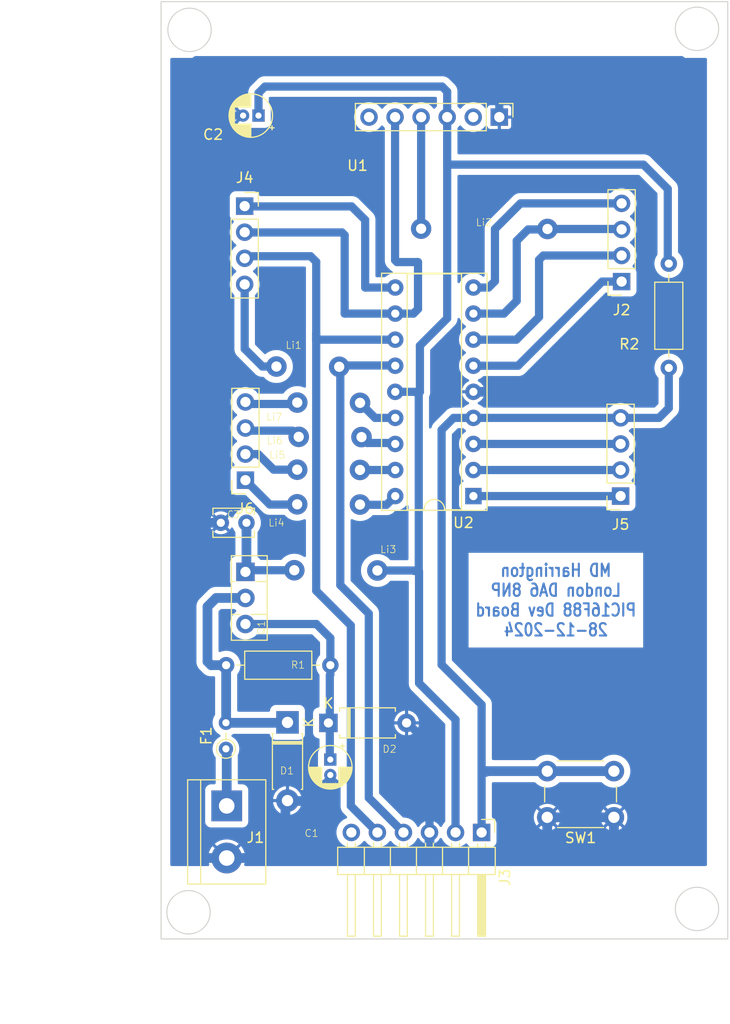
<source format=kicad_pcb>
(kicad_pcb (version 20211014) (generator pcbnew)
  (layers (0 "F.Cu" signal) (31 "B.Cu" signal) (34 "B.Paste" user) (35 "F.Paste" user) (36 "B.SilkS" user "B.Silkscreen") (37 "F.SilkS" user "F.Silkscreen") (38 "B.Mask" user) (39 "F.Mask" user) (44 "Edge.Cuts" user))
  (net 0 "")
  (net 1 "Net-(C1-Pad1)")
  (net 2 "GND")
  (net 3 "Net-(D1-Pad1)")
  (net 4 "Net-(F1-Pad1)")
  (net 5 "/RB0")
  (net 6 "/RB1")
  (net 7 "/RB2")
  (net 8 "/RB3")
  (net 9 "/RB4")
  (net 10 "/RB5")
  (net 11 "/RB6")
  (net 12 "/RB7")
  (net 13 "/RA5")
  (net 15 "/RA0")
  (net 16 "/RA1")
  (net 17 "/RA3")
  (net 18 "/RA4")
  (net 19 "/RA6")
  (net 20 "/RA7")
  (net 21 "/RA2")
  (net 24 "Net-(J3-Pad2)")
  (net 25 "/An1")
  (net 26 "/An0")
  (net 27 "+5V")
  (net 28 "/Osc1")
  (net 29 "/Osc2")
  (footprint "Resistor_THT:R_Axial_DIN0204_L3.6mm_D1.6mm_P2.54mm_Vertical" (layer "F.Cu") (at 122.624 88.633 90)
    (fp_text reference "F1" (at 1.27 -1.92 90) (layer "F.SilkS"))
    (fp_text value "fuse")
    (pad "1" thru_hole circle (at 0 0 90) (size 1.4 1.4) (drill 0.7) (layers F&B.Cu *.Mask) (net 4 "Net-(F1-Pad1)"))
    (pad "2" thru_hole oval (at 2.54 0 90) (size 1.4 1.4) (drill 0.7) (layers F&B.Cu *.Mask) (net 3 "Net-(D1-Pad1)"))
  )
  (footprint "Connector_PinSocket_2.54mm:PinSocket_1x04_P2.54mm_Vertical" (layer "F.Cu") (at 124.524 62.458 180)
    (fp_text reference "J6" (at 0 -2.77 180) (layer "F.SilkS"))
    (fp_text value "Port A ")
    (pad "1" thru_hole rect (at 0 0 180) (size 1.7 1.7) (drill 1) (layers F&B.Cu *.Mask) (net 25 "/An1"))
    (pad "2" thru_hole oval (at 0 2.54 180) (size 1.7 1.7) (drill 1) (layers F&B.Cu *.Mask) (net 26 "/An0"))
    (pad "3" thru_hole oval (at 0 5.08 180) (size 1.7 1.7) (drill 1) (layers F&B.Cu *.Mask) (net 28 "/Osc1"))
    (pad "4" thru_hole oval (at 0 7.62 180) (size 1.7 1.7) (drill 1) (layers F&B.Cu *.Mask) (net 29 "/Osc2"))
  )
  (footprint "Connector_PinHeader_2.54mm:PinHeader_1x06_P2.54mm_Vertical" (layer "F.Cu") (at 149.274 27.083 -90)
    (fp_text reference "U1" (at 4.725 13.825 180) (layer "F.SilkS"))
    (fp_text value "FTDI232")
    (pad "1" thru_hole rect (at 0 0 270) (size 1.7 1.7) (drill 1) (layers F&B.Cu *.Mask) (net 2 "GND"))
    (pad "2" thru_hole oval (at 0 2.54 270) (size 1.7 1.7) (drill 1) (layers F&B.Cu *.Mask))
    (pad "3" thru_hole oval (at 0 5.08 270) (size 1.7 1.7) (drill 1) (layers F&B.Cu *.Mask) (net 27 "+5V"))
    (pad "4" thru_hole oval (at 0 7.62 270) (size 1.7 1.7) (drill 1) (layers F&B.Cu *.Mask) (net 7 "/RB2"))
    (pad "5" thru_hole oval (at 0 10.16 270) (size 1.7 1.7) (drill 1) (layers F&B.Cu *.Mask) (net 10 "/RB5"))
    (pad "6" thru_hole oval (at 0 12.7 270) (size 1.7 1.7) (drill 1) (layers F&B.Cu *.Mask))
  )
  (footprint "WireLinks:Li 5mm" (layer "F.Cu") (at 133.0554 54.8453)
    (fp_text reference "Li7" (at -5.725 1.455 unlocked) (layer "F.SilkS") (effects (font (size 0.7 0.7) (thickness 0.07))))
    (fp_text value "Link")
    (pad "1" thru_hole circle (at -3.4798 0.0508) (size 2 2) (drill 1) (layers F&B.Cu *.Mask) (net 29 "/Osc2"))
    (pad "2" thru_hole circle (at 2.6416 0.0762) (size 2 2) (drill 1) (layers F&B.Cu *.Mask) (net 19 "/RA6"))
  )
  (footprint "Package_TO_SOT_THT:TO-126-3_Vertical" (layer "F.Cu") (at 124.524 71.393 -90)
    (fp_text reference "Q1" (at 5.44 -1.55 90) (layer "F.SilkS") (effects (font (size 0.7 0.7) (thickness 0.07))))
    (fp_text value "BD237")
    (pad "1" thru_hole rect (at 0 0 270) (size 1.8 1.8) (drill 1) (layers F&B.Cu *.Mask) (net 27 "+5V"))
    (pad "2" thru_hole oval (at 2.54 0 270) (size 1.8 1.8) (drill 1) (layers F&B.Cu *.Mask) (net 3 "Net-(D1-Pad1)"))
    (pad "3" thru_hole oval (at 5.08 0 270) (size 1.8 1.8) (drill 1) (layers F&B.Cu *.Mask) (net 1 "Net-(C1-Pad1)"))
  )
  (footprint "WireLinks:Li 8mm" (layer "F.Cu") (at 133.224 71.308)
    (fp_text reference "Li3" (at 5.225 -2.1 unlocked) (layer "F.SilkS") (effects (font (size 0.7 0.7) (thickness 0.07))))
    (fp_text value "Link")
    (pad "1" thru_hole circle (at -3.937 -0.0762) (size 2 2) (drill 1) (layers F&B.Cu *.Mask) (net 24 "Net-(J3-Pad2)"))
    (pad "2" thru_hole circle (at 4.1656 -0.0508) (size 2 2) (drill 1) (layers F&B.Cu *.Mask) (net 27 "+5V"))
  )
  (footprint "Connector_PinSocket_2.54mm:PinSocket_1x04_P2.54mm_Vertical" (layer "F.Cu") (at 124.449 35.758)
    (fp_text reference "J4" (at 0 -2.77) (layer "F.SilkS"))
    (fp_text value "Port B P4..P7")
    (pad "1" thru_hole rect (at 0 0) (size 1.7 1.7) (drill 1) (layers F&B.Cu *.Mask) (net 9 "/RB4"))
    (pad "2" thru_hole oval (at 0 2.54) (size 1.7 1.7) (drill 1) (layers F&B.Cu *.Mask) (net 10 "/RB5"))
    (pad "3" thru_hole oval (at 0 5.08) (size 1.7 1.7) (drill 1) (layers F&B.Cu *.Mask) (net 11 "/RB6"))
    (pad "4" thru_hole oval (at 0 7.62) (size 1.7 1.7) (drill 1) (layers F&B.Cu *.Mask) (net 12 "/RB7"))
  )
  (footprint "WireLinks:Li 5mm" (layer "F.Cu") (at 133.049 61.383)
    (fp_text reference "Li5" (at -5.425 -1.375 unlocked) (layer "F.SilkS") (effects (font (size 0.7 0.7) (thickness 0.07))))
    (fp_text value "Link")
    (pad "1" thru_hole circle (at -3.4798 0.0508) (size 2 2) (drill 1) (layers F&B.Cu *.Mask) (net 26 "/An0"))
    (pad "2" thru_hole circle (at 2.6416 0.0762) (size 2 2) (drill 1) (layers F&B.Cu *.Mask) (net 15 "/RA0"))
  )
  (footprint "WireLinks:Li 5mm" (layer "F.Cu") (at 131.024 51.333)
    (fp_text reference "Li1" (at -1.8 -2.025 unlocked) (layer "F.SilkS") (effects (font (size 0.7 0.7) (thickness 0.07))))
    (fp_text value "Link")
    (pad "1" thru_hole circle (at -3.4798 0.0508) (size 2 2) (drill 1) (layers F&B.Cu *.Mask) (net 12 "/RB7"))
    (pad "2" thru_hole circle (at 2.6416 0.0762) (size 2 2) (drill 1) (layers F&B.Cu *.Mask) (net 12 "/RB7"))
  )
  (footprint "Connector_PinSocket_2.54mm:PinSocket_1x04_P2.54mm_Vertical" (layer "F.Cu") (at 161.199 43.108 180)
    (fp_text reference "J2" (at 0 -2.77 180) (layer "F.SilkS"))
    (fp_text value "Port B Po..P3")
    (pad "1" thru_hole rect (at 0 0 180) (size 1.7 1.7) (drill 1) (layers F&B.Cu *.Mask) (net 5 "/RB0"))
    (pad "2" thru_hole oval (at 0 2.54 180) (size 1.7 1.7) (drill 1) (layers F&B.Cu *.Mask) (net 6 "/RB1"))
    (pad "3" thru_hole oval (at 0 5.08 180) (size 1.7 1.7) (drill 1) (layers F&B.Cu *.Mask) (net 7 "/RB2"))
    (pad "4" thru_hole oval (at 0 7.62 180) (size 1.7 1.7) (drill 1) (layers F&B.Cu *.Mask) (net 8 "/RB3"))
  )
  (footprint "TerminalBlock:TerminalBlock_bornier-2_P5.08mm" (layer "F.Cu") (at 122.699 94.193 -90)
    (fp_text reference "J1" (at 3.09 -2.8) (layer "F.SilkS"))
    (fp_text value "12V In")
    (pad "1" thru_hole rect (at 0 0 270) (size 3 3) (drill 1.52) (layers F&B.Cu *.Mask) (net 4 "Net-(F1-Pad1)"))
    (pad "2" thru_hole circle (at 5.08 0 270) (size 3 3) (drill 1.52) (layers F&B.Cu *.Mask) (net 2 "GND"))
  )
  (footprint "Diode_THT:D_DO-41_SOD81_P7.62mm_Horizontal" (layer "F.Cu") (at 128.624 86.058 -90)
    (fp_text reference "D1" (at 4.71 0.05 180) (layer "F.SilkS") (effects (font (size 0.7 0.7) (thickness 0.07))))
    (fp_text value "1N4001")
    (fp_text user "K" (at 0 -2.1 90) (layer "F.SilkS"))
    (pad "1" thru_hole rect (at 0 0 270) (size 2.2 2.2) (drill 1.1) (layers F&B.Cu *.Mask) (net 3 "Net-(D1-Pad1)"))
    (pad "2" thru_hole oval (at 7.62 0 270) (size 2.2 2.2) (drill 1.1) (layers F&B.Cu *.Mask) (net 2 "GND"))
  )
  (footprint "Button_Switch_THT:SW_PUSH_6mm" (layer "F.Cu") (at 160.449 95.308 180)
    (fp_text reference "SW1" (at 3.25 -2) (layer "F.SilkS"))
    (fp_text value "Reset")
    (pad "1" thru_hole circle (at 0 0 270) (size 2 2) (drill 1.1) (layers F&B.Cu *.Mask) (net 2 "GND"))
    (pad "1" thru_hole circle (at 6.5 0 270) (size 2 2) (drill 1.1) (layers F&B.Cu *.Mask) (net 2 "GND"))
    (pad "2" thru_hole circle (at 0 4.5 270) (size 2 2) (drill 1.1) (layers F&B.Cu *.Mask) (net 13 "/RA5"))
    (pad "2" thru_hole circle (at 6.5 4.5 270) (size 2 2) (drill 1.1) (layers F&B.Cu *.Mask) (net 13 "/RA5"))
  )
  (footprint "Capacitor_THT:CP_Radial_D4.0mm_P1.50mm" (layer "F.Cu") (at 125.796599 26.933 180)
    (fp_text reference "C2" (at 4.422599 -1.85) (layer "F.SilkS"))
    (fp_text value "4u7 25vwg")
    (pad "1" thru_hole rect (at 0 0 180) (size 1.2 1.2) (drill 0.6) (layers F&B.Cu *.Mask) (net 27 "+5V"))
    (pad "2" thru_hole circle (at 1.5 0 180) (size 1.2 1.2) (drill 0.6) (layers F&B.Cu *.Mask) (net 2 "GND"))
  )
  (footprint "WireLinks:Li  12mm" (layer "F.Cu") (at 147.749 37.983)
    (fp_text reference "Li2" (at 0.0254 -0.635 unlocked) (layer "F.SilkS") (effects (font (size 0.7 0.7) (thickness 0.07))))
    (fp_text value "Link")
    (pad "1" thru_hole circle (at -6.096 -0.0254) (size 1.983802 1.983802) (drill 1) (layers F&B.Cu *.Mask) (net 7 "/RB2"))
    (pad "2" thru_hole circle (at 6.223 0) (size 2 2) (drill 1) (layers F&B.Cu *.Mask) (net 7 "/RB2"))
  )
  (footprint "Diode_THT:D_A-405_P7.62mm_Horizontal" (layer "F.Cu") (at 132.614 86.108)
    (fp_text reference "D2" (at 5.96 2.55) (layer "F.SilkS") (effects (font (size 0.7 0.7) (thickness 0.07))))
    (fp_text value "5v6  1 watt")
    (fp_text user "K" (at 0 -1.9) (layer "F.SilkS"))
    (pad "1" thru_hole rect (at 0 0) (size 1.8 1.8) (drill 0.9) (layers F&B.Cu *.Mask) (net 1 "Net-(C1-Pad1)"))
    (pad "2" thru_hole oval (at 7.62 0) (size 1.8 1.8) (drill 0.9) (layers F&B.Cu *.Mask) (net 2 "GND"))
  )
  (footprint "Resistor_THT:R_Axial_DIN0207_L6.3mm_D2.5mm_P10.16mm_Horizontal" (layer "F.Cu") (at 122.644 80.483)
    (fp_text reference "R1" (at 7.005 -0.025) (layer "F.SilkS") (effects (font (size 0.7 0.7) (thickness 0.07))))
    (fp_text value "820R")
    (pad "1" thru_hole circle (at 0 0) (size 1.6 1.6) (drill 0.8) (layers F&B.Cu *.Mask) (net 3 "Net-(D1-Pad1)"))
    (pad "2" thru_hole oval (at 10.16 0) (size 1.6 1.6) (drill 0.8) (layers F&B.Cu *.Mask) (net 1 "Net-(C1-Pad1)"))
  )
  (footprint "Capacitor_THT:C_Disc_D3.8mm_W2.6mm_P2.50mm" (layer "F.Cu") (at 124.624 66.608 180)
    (fp_text reference "C3" (at 1.275 0.8) (layer "F.SilkS") (effects (font (size 0.7 0.6) (thickness 0.07))))
    (fp_text value "0u1")
    (pad "1" thru_hole circle (at 0 0 180) (size 1.6 1.6) (drill 0.8) (layers F&B.Cu *.Mask) (net 27 "+5V"))
    (pad "2" thru_hole circle (at 2.5 0 180) (size 1.6 1.6) (drill 0.8) (layers F&B.Cu *.Mask) (net 2 "GND"))
  )
  (footprint "WireLinks:Li 5mm" (layer "F.Cu") (at 133.049 64.758)
    (fp_text reference "Li4" (at -5.5 1.85 unlocked) (layer "F.SilkS") (effects (font (size 0.7 0.7) (thickness 0.07))))
    (fp_text value "Link")
    (pad "1" thru_hole circle (at -3.4798 0.0508) (size 2 2) (drill 1) (layers F&B.Cu *.Mask) (net 25 "/An1"))
    (pad "2" thru_hole circle (at 2.6416 0.0762) (size 2 2) (drill 1) (layers F&B.Cu *.Mask) (net 16 "/RA1"))
  )
  (footprint "Connector_PinSocket_2.54mm:PinSocket_1x04_P2.54mm_Vertical" (layer "F.Cu") (at 161.099 64.008 180)
    (fp_text reference "J5" (at 0 -2.77 180) (layer "F.SilkS"))
    (fp_text value "Port B")
    (pad "1" thru_hole rect (at 0 0 180) (size 1.7 1.7) (drill 1) (layers F&B.Cu *.Mask) (net 21 "/RA2"))
    (pad "2" thru_hole oval (at 0 2.54 180) (size 1.7 1.7) (drill 1) (layers F&B.Cu *.Mask) (net 17 "/RA3"))
    (pad "3" thru_hole oval (at 0 5.08 180) (size 1.7 1.7) (drill 1) (layers F&B.Cu *.Mask) (net 18 "/RA4"))
    (pad "4" thru_hole oval (at 0 7.62 180) (size 1.7 1.7) (drill 1) (layers F&B.Cu *.Mask) (net 13 "/RA5"))
  )
  (footprint "WireLinks:Li 5mm" (layer "F.Cu") (at 133.199 58.183)
    (fp_text reference "Li6" (at -5.825 0.425 unlocked) (layer "F.SilkS") (effects (font (size 0.7 0.7) (thickness 0.07))))
    (fp_text value "Link")
    (pad "1" thru_hole circle (at -3.4798 0.0508) (size 2 2) (drill 1) (layers F&B.Cu *.Mask) (net 28 "/Osc1"))
    (pad "2" thru_hole circle (at 2.6416 0.0762) (size 2 2) (drill 1) (layers F&B.Cu *.Mask) (net 20 "/RA7"))
  )
  (footprint "Package_DIP:DIP-18_W7.62mm_Socket" (layer "F.Cu") (at 146.749 64.008 180)
    (fp_text reference "U2" (at 0.975 -2.6) (layer "F.SilkS"))
    (fp_text value "PIC16F88-IP")
    (pad "1" thru_hole rect (at 0 0 180) (size 1.6 1.6) (drill 0.8) (layers F&B.Cu *.Mask) (net 21 "/RA2"))
    (pad "2" thru_hole oval (at 0 2.54 180) (size 1.6 1.6) (drill 0.8) (layers F&B.Cu *.Mask) (net 17 "/RA3"))
    (pad "3" thru_hole oval (at 0 5.08 180) (size 1.6 1.6) (drill 0.8) (layers F&B.Cu *.Mask) (net 18 "/RA4"))
    (pad "4" thru_hole oval (at 0 7.62 180) (size 1.6 1.6) (drill 0.8) (layers F&B.Cu *.Mask) (net 13 "/RA5"))
    (pad "5" thru_hole oval (at 0 10.16 180) (size 1.6 1.6) (drill 0.8) (layers F&B.Cu *.Mask) (net 2 "GND"))
    (pad "6" thru_hole oval (at 0 12.7 180) (size 1.6 1.6) (drill 0.8) (layers F&B.Cu *.Mask) (net 5 "/RB0"))
    (pad "7" thru_hole oval (at 0 15.24 180) (size 1.6 1.6) (drill 0.8) (layers F&B.Cu *.Mask) (net 6 "/RB1"))
    (pad "8" thru_hole oval (at 0 17.78 180) (size 1.6 1.6) (drill 0.8) (layers F&B.Cu *.Mask) (net 7 "/RB2"))
    (pad "9" thru_hole oval (at 0 20.32 180) (size 1.6 1.6) (drill 0.8) (layers F&B.Cu *.Mask) (net 8 "/RB3"))
    (pad "10" thru_hole oval (at 7.62 20.32 180) (size 1.6 1.6) (drill 0.8) (layers F&B.Cu *.Mask) (net 9 "/RB4"))
    (pad "11" thru_hole oval (at 7.62 17.78 180) (size 1.6 1.6) (drill 0.8) (layers F&B.Cu *.Mask) (net 10 "/RB5"))
    (pad "12" thru_hole oval (at 7.62 15.24 180) (size 1.6 1.6) (drill 0.8) (layers F&B.Cu *.Mask) (net 11 "/RB6"))
    (pad "13" thru_hole oval (at 7.62 12.7 180) (size 1.6 1.6) (drill 0.8) (layers F&B.Cu *.Mask) (net 12 "/RB7"))
    (pad "14" thru_hole oval (at 7.62 10.16 180) (size 1.6 1.6) (drill 0.8) (layers F&B.Cu *.Mask) (net 27 "+5V"))
    (pad "15" thru_hole oval (at 7.62 7.62 180) (size 1.6 1.6) (drill 0.8) (layers F&B.Cu *.Mask) (net 19 "/RA6"))
    (pad "16" thru_hole oval (at 7.62 5.08 180) (size 1.6 1.6) (drill 0.8) (layers F&B.Cu *.Mask) (net 20 "/RA7"))
    (pad "17" thru_hole oval (at 7.62 2.54 180) (size 1.6 1.6) (drill 0.8) (layers F&B.Cu *.Mask) (net 15 "/RA0"))
    (pad "18" thru_hole oval (at 7.62 0 180) (size 1.6 1.6) (drill 0.8) (layers F&B.Cu *.Mask) (net 16 "/RA1"))
  )
  (footprint "Connector_PinHeader_2.54mm:PinHeader_1x06_P2.54mm_Horizontal" (layer "F.Cu") (at 147.549 96.783 -90)
    (fp_text reference "J3" (at 4.385 -2.27 90) (layer "F.SilkS"))
    (fp_text value "PicKit3_Conn")
    (pad "1" thru_hole rect (at 0 0 270) (size 1.7 1.7) (drill 1) (layers F&B.Cu *.Mask) (net 13 "/RA5"))
    (pad "2" thru_hole oval (at 0 2.54 270) (size 1.7 1.7) (drill 1) (layers F&B.Cu *.Mask) (net 24 "Net-(J3-Pad2)"))
    (pad "3" thru_hole oval (at 0 5.08 270) (size 1.7 1.7) (drill 1) (layers F&B.Cu *.Mask) (net 2 "GND"))
    (pad "4" thru_hole oval (at 0 7.62 270) (size 1.7 1.7) (drill 1) (layers F&B.Cu *.Mask) (net 12 "/RB7"))
    (pad "5" thru_hole oval (at 0 10.16 270) (size 1.7 1.7) (drill 1) (layers F&B.Cu *.Mask) (net 11 "/RB6"))
    (pad "6" thru_hole oval (at 0 12.7 270) (size 1.7 1.7) (drill 1) (layers F&B.Cu *.Mask))
  )
  (footprint "Resistor_THT:R_Axial_DIN0207_L6.3mm_D2.5mm_P10.16mm_Horizontal" (layer "F.Cu") (at 165.799 41.358 -90)
    (fp_text reference "R2" (at 7.85 3.85 180) (layer "F.SilkS"))
    (fp_text value "10k")
    (pad "1" thru_hole circle (at 0 0 270) (size 1.6 1.6) (drill 0.8) (layers F&B.Cu *.Mask) (net 27 "+5V"))
    (pad "2" thru_hole oval (at 10.16 0 270) (size 1.6 1.6) (drill 0.8) (layers F&B.Cu *.Mask) (net 13 "/RA5"))
  )
  (footprint "Capacitor_THT:CP_Radial_D4.0mm_P1.50mm" (layer "F.Cu") (at 132.799 89.683 -90)
    (fp_text reference "C1" (at 7.175 1.825) (layer "F.SilkS") (effects (font (size 0.7 0.7) (thickness 0.07))))
    (fp_text value "10uf ")
    (pad "1" thru_hole rect (at 0 0 270) (size 1.2 1.2) (drill 0.6) (layers F&B.Cu *.Mask) (net 1 "Net-(C1-Pad1)"))
    (pad "2" thru_hole circle (at 1.5 0 270) (size 1.2 1.2) (drill 0.6) (layers F&B.Cu *.Mask) (net 2 "GND"))
  )
  (gr_rect (start 116.299 15.833) (end 171.549 107.158) (layer "Edge.Cuts") (width 0.1) (fill none))
  (gr_circle (center 168.549 18.483) (end 169.899 20.108) (layer "Edge.Cuts") (width 0.1) (fill none))
  (gr_circle (center 119.074 18.583) (end 120.424 20.208) (layer "Edge.Cuts") (width 0.1) (fill none))
  (gr_circle (center 118.974 104.558) (end 120.324 106.183) (layer "Edge.Cuts") (width 0.1) (fill none))
  (gr_circle (center 168.549 104.233) (end 169.899 105.858) (layer "Edge.Cuts") (width 0.1) (fill none))
  (gr_text "MD Harrington\nLondon DA6 8NP\nPIC16F88 Dev Board\n28-12-2024" (at 154.788 74.148) (layer "B.Cu") (effects (font (size 1.2 1) (thickness 0.2)) (justify mirror)))
  (segment (start 132.824 80.463) (end 132.804 80.483) (width 0.95) (layer "B.Cu") (net 1))
  (segment (start 132.804 77.838) (end 132.804 80.483) (width 0.8) (layer "B.Cu") (net 1))
  (segment (start 132.799 89.683) (end 132.749 89.633) (width 0.8) (layer "B.Cu") (net 1))
  (segment (start 132.749 81.458) (end 132.804 81.403) (width 0.8) (layer "B.Cu") (net 1))
  (segment (start 132.804 80.483) (end 132.879 80.408) (width 0.95) (layer "B.Cu") (net 1))
  (segment (start 131.439 76.473) (end 132.804 77.838) (width 0.8) (layer "B.Cu") (net 1))
  (segment (start 132.749 89.633) (end 132.749 81.458) (width 0.8) (layer "B.Cu") (net 1))
  (segment (start 132.804 81.403) (end 132.804 80.483) (width 0.8) (layer "B.Cu") (net 1))
  (segment (start 124.524 76.473) (end 131.439 76.473) (width 0.8) (layer "B.Cu") (net 1))
  (segment (start 140.244 86.133) (end 140.349 86.133) (width 0.8) (layer "B.Cu") (net 2))
  (segment (start 158.299 47.308) (end 151.759 53.848) (width 0.95) (layer "B.Cu") (net 2))
  (segment (start 128.424 98.958) (end 128.424 93.878) (width 0.95) (layer "B.Cu") (net 2))
  (segment (start 160.449 99.083) (end 160.259 99.273) (width 0.95) (layer "B.Cu") (net 2))
  (segment (start 118.824 26.933) (end 118.774 26.983) (width 0.8) (layer "B.Cu") (net 2))
  (segment (start 124.296599 26.933) (end 118.824 26.933) (width 0.8) (layer "B.Cu") (net 2))
  (segment (start 128.624 93.678) (end 128.664 93.718) (width 0.95) (layer "B.Cu") (net 2))
  (segment (start 118.774 66.608) (end 118.774 67.658) (width 0.95) (layer "B.Cu") (net 2))
  (segment (start 132.799 93.308) (end 132.799 91.183) (width 0.95) (layer "B.Cu") (net 2))
  (segment (start 118.774 98.333) (end 119.714 99.273) (width 0.95) (layer "B.Cu") (net 2))
  (segment (start 118.774 26.983) (end 118.774 22.583) (width 0.95) (layer "B.Cu") (net 2))
  (segment (start 128.109 99.273) (end 141.584 99.273) (width 0.95) (layer "B.Cu") (net 2))
  (segment (start 128.424 93.878) (end 128.624 93.678) (width 0.95) (layer "B.Cu") (net 2))
  (segment (start 122.699 99.273) (end 128.109 99.273) (width 0.95) (layer "B.Cu") (net 2))
  (segment (start 141.584 99.273) (end 142.469 98.388) (width 0.95) (layer "B.Cu") (net 2))
  (segment (start 149.274 21.958) (end 149.624 21.608) (width 0.8) (layer "B.Cu") (net 2))
  (segment (start 128.109 99.273) (end 128.424 98.958) (width 0.95) (layer "B.Cu") (net 2))
  (segment (start 149.274 27.083) (end 149.274 21.958) (width 0.8) (layer "B.Cu") (net 2))
  (segment (start 140.349 86.133) (end 142.469 88.253) (width 0.8) (layer "B.Cu") (net 2))
  (segment (start 153.884 99.273) (end 160.259 99.273) (width 0.95) (layer "B.Cu") (net 2))
  (segment (start 122.124 66.608) (end 118.774 66.608) (width 0.95) (layer "B.Cu") (net 2))
  (segment (start 128.664 93.718) (end 132.389 93.718) (width 0.95) (layer "B.Cu") (net 2))
  (segment (start 119.749 21.608) (end 149.624 21.608) (width 0.95) (layer "B.Cu") (net 2))
  (segment (start 167.434 99.273) (end 168.674 98.033) (width 0.95) (layer "B.Cu") (net 2))
  (segment (start 153.949 95.308) (end 160.449 95.308) (width 0.95) (layer "B.Cu") (net 2))
  (segment (start 149.624 21.608) (end 166.974 21.608) (width 0.95) (layer "B.Cu") (net 2))
  (segment (start 160.259 99.273) (end 167.434 99.273) (width 0.95) (layer "B.Cu") (net 2))
  (segment (start 142.469 88.253) (end 142.469 96.783) (width 0.8) (layer "B.Cu") (net 2))
  (segment (start 168.674 47.308) (end 158.299 47.308) (width 0.95) (layer "B.Cu") (net 2))
  (segment (start 118.774 22.583) (end 119.749 21.608) (width 0.95) (layer "B.Cu") (net 2))
  (segment (start 166.974 21.608) (end 168.674 23.308) (width 0.95) (layer "B.Cu") (net 2))
  (segment (start 168.674 46.783) (end 168.674 47.308) (width 0.95) (layer "B.Cu") (net 2))
  (segment (start 160.449 95.308) (end 160.449 99.083) (width 0.95) (layer "B.Cu") (net 2))
  (segment (start 168.674 23.308) (end 168.674 46.783) (width 0.95) (layer "B.Cu") (net 2))
  (segment (start 142.574 96.678) (end 142.469 96.783) (width 0.95) (layer "B.Cu") (net 2))
  (segment (start 142.469 98.388) (end 142.469 96.783) (width 0.95) (layer "B.Cu") (net 2))
  (segment (start 153.949 99.208) (end 153.884 99.273) (width 0.95) (layer "B.Cu") (net 2))
  (segment (start 151.759 53.848) (end 146.749 53.848) (width 0.95) (layer "B.Cu") (net 2))
  (segment (start 141.584 99.273) (end 153.884 99.273) (width 0.95) (layer "B.Cu") (net 2))
  (segment (start 153.949 95.308) (end 153.949 99.208) (width 0.95) (layer "B.Cu") (net 2))
  (segment (start 118.774 67.658) (end 118.774 98.333) (width 0.95) (layer "B.Cu") (net 2))
  (segment (start 119.714 99.273) (end 122.699 99.273) (width 0.95) (layer "B.Cu") (net 2))
  (segment (start 132.389 93.718) (end 132.799 93.308) (width 0.95) (layer "B.Cu") (net 2))
  (segment (start 168.674 98.033) (end 168.674 46.783) (width 0.95) (layer "B.Cu") (net 2))
  (segment (start 118.774 67.658) (end 118.774 26.983) (width 0.95) (layer "B.Cu") (net 2))
  (segment (start 124.524 73.933) (end 121.674 73.933) (width 0.95) (layer "B.Cu") (net 3))
  (segment (start 120.824 74.783) (end 120.824 80.133) (width 0.95) (layer "B.Cu") (net 3))
  (segment (start 121.674 73.933) (end 120.824 74.783) (width 0.95) (layer "B.Cu") (net 3))
  (segment (start 121.174 80.483) (end 122.644 80.483) (width 0.95) (layer "B.Cu") (net 3))
  (segment (start 122.629 86.098) (end 122.624 86.093) (width 0.95) (layer "B.Cu") (net 3))
  (segment (start 120.824 80.133) (end 121.174 80.483) (width 0.95) (layer "B.Cu") (net 3))
  (segment (start 128.584 86.098) (end 122.629 86.098) (width 0.95) (layer "B.Cu") (net 3))
  (segment (start 128.624 86.058) (end 128.584 86.098) (width 0.95) (layer "B.Cu") (net 3))
  (segment (start 122.644 80.483) (end 122.644 86.073) (width 0.95) (layer "B.Cu") (net 3))
  (segment (start 122.644 86.073) (end 122.624 86.093) (width 0.95) (layer "B.Cu") (net 3))
  (segment (start 122.699 94.193) (end 122.699 88.708) (width 0.95) (layer "B.Cu") (net 4))
  (segment (start 122.699 88.708) (end 122.624 88.633) (width 0.95) (layer "B.Cu") (net 4))
  (segment (start 159.299 43.108) (end 151.099 51.308) (width 0.8) (layer "B.Cu") (net 5))
  (segment (start 151.099 51.308) (end 146.749 51.308) (width 0.8) (layer "B.Cu") (net 5))
  (segment (start 161.199 43.108) (end 159.299 43.108) (width 0.8) (layer "B.Cu") (net 5))
  (segment (start 150.939 48.768) (end 146.749 48.768) (width 0.8) (layer "B.Cu") (net 6))
  (segment (start 153.149 40.983) (end 153.149 46.558) (width 0.8) (layer "B.Cu") (net 6))
  (segment (start 161.199 40.568) (end 153.564 40.568) (width 0.8) (layer "B.Cu") (net 6))
  (segment (start 153.149 46.558) (end 150.939 48.768) (width 0.8) (layer "B.Cu") (net 6))
  (segment (start 153.564 40.568) (end 153.149 40.983) (width 0.8) (layer "B.Cu") (net 6))
  (segment (start 141.654 37.9566) (end 141.653 37.9576) (width 0.8) (layer "B.Cu") (net 7))
  (segment (start 152.079 38.028) (end 153.927 38.028) (width 0.8) (layer "B.Cu") (net 7))
  (segment (start 150.974 39.133) (end 152.079 38.028) (width 0.8) (layer "B.Cu") (net 7))
  (segment (start 141.654 27.083) (end 141.654 37.9566) (width 0.8) (layer "B.Cu") (net 7))
  (segment (start 146.749 46.228) (end 149.729 46.228) (width 0.8) (layer "B.Cu") (net 7))
  (segment (start 149.729 46.228) (end 150.974 44.983) (width 0.8) (layer "B.Cu") (net 7))
  (segment (start 141.628 27.109) (end 141.654 27.083) (width 0.8) (layer "B.Cu") (net 7))
  (segment (start 153.927 38.028) (end 153.972 37.983) (width 0.8) (layer "B.Cu") (net 7))
  (segment (start 161.154 37.983) (end 161.199 38.028) (width 0.8) (layer "B.Cu") (net 7))
  (segment (start 153.972 37.983) (end 161.154 37.983) (width 0.8) (layer "B.Cu") (net 7))
  (segment (start 150.974 44.983) (end 150.974 39.133) (width 0.8) (layer "B.Cu") (net 7))
  (segment (start 148.849 37.983) (end 151.344 35.488) (width 0.8) (layer "B.Cu") (net 8))
  (segment (start 151.344 35.488) (end 161.199 35.488) (width 0.8) (layer "B.Cu") (net 8))
  (segment (start 146.749 43.688) (end 148.229 43.688) (width 0.8) (layer "B.Cu") (net 8))
  (segment (start 148.849 43.068) (end 148.849 37.983) (width 0.8) (layer "B.Cu") (net 8))
  (segment (start 148.229 43.688) (end 148.849 43.068) (width 0.8) (layer "B.Cu") (net 8))
  (segment (start 124.474 35.783) (end 134.874 35.783) (width 0.8) (layer "B.Cu") (net 9))
  (segment (start 134.874 35.783) (end 136.199 37.108) (width 0.8) (layer "B.Cu") (net 9))
  (segment (start 124.449 35.758) (end 124.474 35.783) (width 0.8) (layer "B.Cu") (net 9))
  (segment (start 136.199 43.683) (end 136.204 43.688) (width 0.8) (layer "B.Cu") (net 9))
  (segment (start 136.199 37.108) (end 136.199 43.683) (width 0.8) (layer "B.Cu") (net 9))
  (segment (start 136.204 43.688) (end 139.129 43.688) (width 0.8) (layer "B.Cu") (net 9))
  (segment (start 141.349 41.208) (end 141.349 45.783) (width 0.8) (layer "B.Cu") (net 10))
  (segment (start 133.939 38.323) (end 134.199 38.583) (width 0.8) (layer "B.Cu") (net 10))
  (segment (start 139.114 27.083) (end 139.114 41.023) (width 0.8) (layer "B.Cu") (net 10))
  (segment (start 140.904 46.228) (end 139.129 46.228) (width 0.8) (layer "B.Cu") (net 10))
  (segment (start 139.299 41.208) (end 141.349 41.208) (width 0.8) (layer "B.Cu") (net 10))
  (segment (start 134.199 38.583) (end 134.199 46.228) (width 0.8) (layer "B.Cu") (net 10))
  (segment (start 124.449 38.298) (end 124.474 38.323) (width 0.8) (layer "B.Cu") (net 10))
  (segment (start 139.114 41.023) (end 139.299 41.208) (width 0.8) (layer "B.Cu") (net 10))
  (segment (start 141.349 45.783) (end 140.904 46.228) (width 0.8) (layer "B.Cu") (net 10))
  (segment (start 134.199 46.228) (end 139.129 46.228) (width 0.8) (layer "B.Cu") (net 10))
  (segment (start 124.474 38.323) (end 133.939 38.323) (width 0.8) (layer "B.Cu") (net 10))
  (segment (start 139.129 48.768) (end 131.589 48.768) (width 0.8) (layer "B.Cu") (net 11))
  (segment (start 131.424 41.183) (end 130.879 40.638) (width 0.8) (layer "B.Cu") (net 11))
  (segment (start 130.879 40.638) (end 124.649 40.638) (width 0.8) (layer "B.Cu") (net 11))
  (segment (start 134.799 94.193) (end 134.799 76.608) (width 0.8) (layer "B.Cu") (net 11))
  (segment (start 131.424 48.193) (end 131.424 41.183) (width 0.8) (layer "B.Cu") (net 11))
  (segment (start 124.649 40.638) (end 124.449 40.838) (width 0.8) (layer "B.Cu") (net 11))
  (segment (start 131.424 73.233) (end 131.424 48.193) (width 0.8) (layer "B.Cu") (net 11))
  (segment (start 134.799 76.608) (end 131.424 73.233) (width 0.8) (layer "B.Cu") (net 11))
  (segment (start 131.589 48.768) (end 131.449 48.908) (width 0.8) (layer "B.Cu") (net 11))
  (segment (start 131.449 48.908) (end 131.424 48.883) (width 0.8) (layer "B.Cu") (net 11))
  (segment (start 131.424 48.883) (end 131.424 48.193) (width 0.8) (layer "B.Cu") (net 11))
  (segment (start 137.389 96.783) (end 134.799 94.193) (width 0.8) (layer "B.Cu") (net 11))
  (segment (start 124.449 43.378) (end 124.449 49.658) (width 0.8) (layer "B.Cu") (net 12))
  (segment (start 133.774 52.133) (end 133.749 52.108) (width 0.8) (layer "B.Cu") (net 12))
  (segment (start 133.749 52.108) (end 133.749 51.4455) (width 0.8) (layer "B.Cu") (net 12))
  (segment (start 133.749 51.4455) (end 133.9115 51.283) (width 0.8) (layer "B.Cu") (net 12))
  (segment (start 133.774 72.683) (end 133.774 52.133) (width 0.8) (layer "B.Cu") (net 12))
  (segment (start 136.549 75.458) (end 133.774 72.683) (width 0.8) (layer "B.Cu") (net 12))
  (segment (start 124.449 49.658) (end 126.1748 51.3838) (width 0.8) (layer "B.Cu") (net 12))
  (segment (start 139.104 51.283) (end 139.129 51.308) (width 0.8) (layer "B.Cu") (net 12))
  (segment (start 126.1748 51.3838) (end 127.5442 51.3838) (width 0.8) (layer "B.Cu") (net 12))
  (segment (start 133.9115 51.283) (end 139.104 51.283) (width 0.8) (layer "B.Cu") (net 12))
  (segment (start 136.549 93.403) (end 136.549 75.458) (width 0.8) (layer "B.Cu") (net 12))
  (segment (start 139.929 96.783) (end 136.549 93.403) (width 0.8) (layer "B.Cu") (net 12))
  (segment (start 147.549 84.333) (end 147.549 96.783) (width 0.8) (layer "B.Cu") (net 13))
  (segment (start 164.844 56.388) (end 161.099 56.388) (width 0.8) (layer "B.Cu") (net 13))
  (segment (start 153.949 90.808) (end 148.049 90.808) (width 0.95) (layer "B.Cu") (net 13))
  (segment (start 146.749 56.388) (end 161.099 56.388) (width 0.8) (layer "B.Cu") (net 13))
  (segment (start 143.649 57.558) (end 143.649 80.433) (width 0.8) (layer "B.Cu") (net 13))
  (segment (start 146.749 56.388) (end 144.819 56.388) (width 0.8) (layer "B.Cu") (net 13))
  (segment (start 147.974 90.883) (end 148.049 90.808) (width 0.95) (layer "B.Cu") (net 13))
  (segment (start 160.449 90.808) (end 153.949 90.808) (width 0.95) (layer "B.Cu") (net 13))
  (segment (start 144.819 56.388) (end 143.649 57.558) (width 0.8) (layer "B.Cu") (net 13))
  (segment (start 165.799 51.518) (end 165.799 55.433) (width 0.8) (layer "B.Cu") (net 13))
  (segment (start 143.649 80.433) (end 147.549 84.333) (width 0.8) (layer "B.Cu") (net 13))
  (segment (start 165.799 55.433) (end 164.844 56.388) (width 0.8) (layer "B.Cu") (net 13))
  (segment (start 139.129 61.468) (end 135.6994 61.468) (width 0.8) (layer "B.Cu") (net 15))
  (segment (start 135.6994 61.468) (end 135.6906 61.4592) (width 0.8) (layer "B.Cu") (net 15))
  (segment (start 139.129 64.008) (end 138.279 64.858) (width 0.8) (layer "B.Cu") (net 16))
  (segment (start 138.279 64.858) (end 135.7144 64.858) (width 0.8) (layer "B.Cu") (net 16))
  (segment (start 135.7144 64.858) (end 135.6906 64.8342) (width 0.8) (layer "B.Cu") (net 16))
  (segment (start 161.099 61.468) (end 146.749 61.468) (width 0.8) (layer "B.Cu") (net 17))
  (segment (start 161.099 58.928) (end 146.749 58.928) (width 0.8) (layer "B.Cu") (net 18))
  (segment (start 135.8406 54.6792) (end 135.8406 55.0651) (width 0.8) (layer "B.Cu") (net 19))
  (segment (start 137.1635 56.388) (end 139.129 56.388) (width 0.8) (layer "B.Cu") (net 19))
  (segment (start 135.8406 55.0651) (end 137.1635 56.388) (width 0.8) (layer "B.Cu") (net 19))
  (segment (start 136.4144 58.833) (end 139.034 58.833) (width 0.8) (layer "B.Cu") (net 20))
  (segment (start 139.034 58.833) (end 139.129 58.928) (width 0.8) (layer "B.Cu") (net 20))
  (segment (start 135.8406 58.2592) (end 136.4144 58.833) (width 0.8) (layer "B.Cu") (net 20))
  (segment (start 146.749 64.008) (end 161.099 64.008) (width 0.8) (layer "B.Cu") (net 21))
  (segment (start 126.899 64.833) (end 129.545 64.833) (width 0.8) (layer "B.Cu") (net 25))
  (segment (start 129.545 64.833) (end 129.5692 64.8088) (width 0.8) (layer "B.Cu") (net 25))
  (segment (start 124.524 62.458) (end 126.899 64.833) (width 0.8) (layer "B.Cu") (net 25))
  (segment (start 125.759 59.918) (end 124.524 59.918) (width 0.8) (layer "B.Cu") (net 26))
  (segment (start 129.5692 61.4338) (end 127.2748 61.4338) (width 0.8) (layer "B.Cu") (net 26))
  (segment (start 127.2748 61.4338) (end 125.759 59.918) (width 0.8) (layer "B.Cu") (net 26))
  (segment (start 141.324 54.0685) (end 141.5345 53.858) (width 0.8) (layer "B.Cu") (net 27))
  (segment (start 144.194 31.713) (end 144.194 27.083) (width 0.8) (layer "B.Cu") (net 27))
  (segment (start 141.414 53.848) (end 141.422 53.856) (width 0.8) (layer "B.Cu") (net 27))
  (segment (start 126.424 24.108) (end 125.796599 24.735401) (width 0.8) (layer "B.Cu") (net 27))
  (segment (start 165.799 41.358) (end 165.699 41.258) (width 0.8) (layer "B.Cu") (net 27))
  (segment (start 140.9232 71.2572) (end 140.974 71.308) (width 0.8) (layer "B.Cu") (net 27))
  (segment (start 144.194 24.603) (end 143.699 24.108) (width 0.8) (layer "B.Cu") (net 27))
  (segment (start 124.624 71.293) (end 124.524 71.393) (width 0.95) (layer "B.Cu") (net 27))
  (segment (start 125.796599 24.735401) (end 125.796599 26.933) (width 0.8) (layer "B.Cu") (net 27))
  (segment (start 139.129 53.848) (end 141.414 53.848) (width 0.8) (layer "B.Cu") (net 27))
  (segment (start 141.422 53.856) (end 141.422 71.333) (width 0.8) (layer "B.Cu") (net 27))
  (segment (start 141.5345 53.858) (end 141.5345 49.3475) (width 0.8) (layer "B.Cu") (net 27))
  (segment (start 165.699 34.083) (end 163.329 31.713) (width 0.8) (layer "B.Cu") (net 27))
  (segment (start 141.422 71.333) (end 141.449 71.36) (width 0.8) (layer "B.Cu") (net 27))
  (segment (start 143.699 24.108) (end 126.424 24.108) (width 0.8) (layer "B.Cu") (net 27))
  (segment (start 163.329 31.713) (end 144.194 31.713) (width 0.8) (layer "B.Cu") (net 27))
  (segment (start 144.194 46.688) (end 144.194 27.083) (width 0.8) (layer "B.Cu") (net 27))
  (segment (start 141.5345 49.3475) (end 144.194 46.688) (width 0.8) (layer "B.Cu") (net 27))
  (segment (start 141.449 71.36) (end 141.449 82.233) (width 0.8) (layer "B.Cu") (net 27))
  (segment (start 129.287 71.2318) (end 124.6852 71.2318) (width 0.8) (layer "B.Cu") (net 27))
  (segment (start 144.194 27.083) (end 144.194 24.603) (width 0.8) (layer "B.Cu") (net 27))
  (segment (start 124.624 66.608) (end 124.624 71.293) (width 0.95) (layer "B.Cu") (net 27))
  (segment (start 145.009 85.793) (end 145.009 96.783) (width 0.8) (layer "B.Cu") (net 27))
  (segment (start 165.699 41.258) (end 165.699 34.083) (width 0.8) (layer "B.Cu") (net 27))
  (segment (start 141.449 82.233) (end 145.009 85.793) (width 0.8) (layer "B.Cu") (net 27))
  (segment (start 137.3896 71.2572) (end 140.9232 71.2572) (width 0.8) (layer "B.Cu") (net 27))
  (segment (start 124.6852 71.2318) (end 124.524 71.393) (width 0.8) (layer "B.Cu") (net 27))
  (segment (start 124.779 57.633) (end 124.524 57.378) (width 0.8) (layer "B.Cu") (net 28))
  (segment (start 129.7192 58.2338) (end 129.1184 57.633) (width 0.8) (layer "B.Cu") (net 28))
  (segment (start 129.1184 57.633) (end 124.779 57.633) (width 0.8) (layer "B.Cu") (net 28))
  (segment (start 129.34 55.033) (end 124.719 55.033) (width 0.8) (layer "B.Cu") (net 29))
  (segment (start 124.719 55.033) (end 124.524 54.838) (width 0.8) (layer "B.Cu") (net 29))
  (segment (start 129.7192 54.6538) (end 129.34 55.033) (width 0.8) (layer "B.Cu") (net 29))
  (zone (net 2) (net_name "GND") (layer "B.Cu") (connect_pads (clearance 0.6)) (min_thickness 0.254) (fill yes (thermal_gap 0.308) (thermal_bridge_width 0.308))
    (polygon (pts (xy 169.52 100.056) (xy 117.196 100.056) (xy 117.196 21.316) (xy 169.52 21.316)))
  )
)
</source>
